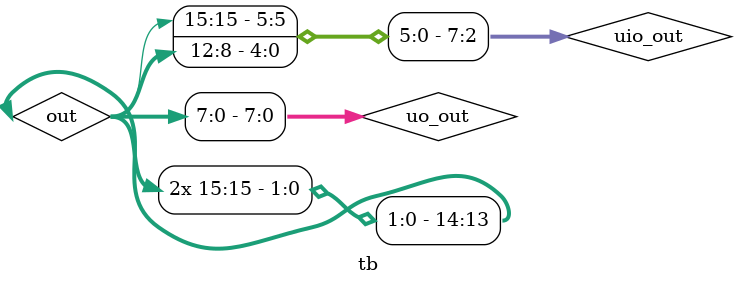
<source format=v>
`default_nettype none
`timescale 1ns / 1ps

/* This testbench just instantiates the module and makes some convenient wires
   that can be driven / tested by the cocotb test.py.
*/
module tb ();

  // Dump the signals to a VCD file. You can view it with gtkwave or surfer.
  initial begin
    $dumpfile("tb.vcd");
    $dumpvars(0, tb);
    #1;
  end

  wire [15:0] out = { {3{uio_out[7]}}, uio_out[6:2], uo_out[7:0] };

  // Wire up the inputs and outputs:
  reg clk;
  reg rst_n;
  reg ena;
  reg [7:0] ui_in;
  reg [7:0] uio_in;
  wire [7:0] uo_out;
  wire [7:0] uio_out;
  wire [7:0] uio_oe;
`ifdef GL_TEST
  wire VPWR = 1'b1;
  wire VGND = 1'b0;
`endif

  // Replace tt_um_example with your module name:
  tt_um_rejunity_ternary_dot ternary_dot (

      // Include power ports for the Gate Level test:
`ifdef GL_TEST
      .VPWR(VPWR),
      .VGND(VGND),
`endif

      .ui_in  (ui_in),    // Dedicated inputs
      .uo_out (uo_out),   // Dedicated outputs
      .uio_in (uio_in),   // IOs: Input path
      .uio_out(uio_out),  // IOs: Output path
      .uio_oe (uio_oe),   // IOs: Enable path (active high: 0=input, 1=output)
      .ena    (ena),      // enable - goes high when design is selected
      .clk    (clk),      // clock
      .rst_n  (rst_n)     // not reset
  );

endmodule

</source>
